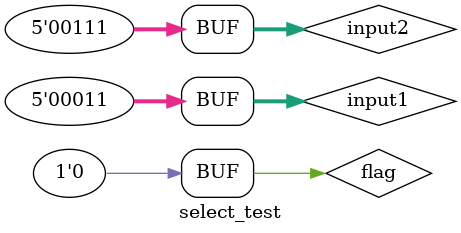
<source format=v>
`timescale 1ns / 1ps


module select_test;

	// Inputs
	reg [4:0] input1;
	reg [4:0] input2;
	reg flag;

	// Outputs
	wire [4:0] selectedData;

	// Instantiate the Unit Under Test (UUT)
	select uut (
		.input1(input1), 
		.input2(input2), 
		.flag(flag), 
		.selectedData(selectedData)
	);

	initial begin
		// Initialize Inputs
		input1 = 0;
		input2 = 0;
		flag = 0;

		// Wait 100 ns for global reset to finish
		#100;
       input1=5'b00011;input2=5'b00111;flag=1'b1;
		#100
			input1=5'b00011;input2=5'b00111;flag=1'b0;
		// Add stimulus here

	end
      
endmodule


</source>
